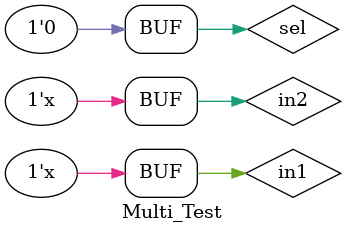
<source format=v>
module Multi_Test;
reg in1, in2, sel;
wire out1;
multi_gates m1(.a(in1), .b(in2), .c(out1), .select(sel));

initial
begin
 in1 = 1;
 in2 = 0;
 sel = 0;
#10 sel = 1;
#10 in1 = 0;
    in2 = 1;
#10 sel = 0;
#10 in1 = 1'bx;
#10 in2 = 1'bx;
#10;
end

endmodule


</source>
